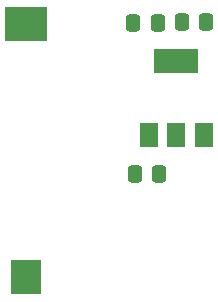
<source format=gbr>
%TF.GenerationSoftware,KiCad,Pcbnew,(6.0.8)*%
%TF.CreationDate,2022-10-14T21:05:54+02:00*%
%TF.ProjectId,Horloge,486f726c-6f67-4652-9e6b-696361645f70,rev?*%
%TF.SameCoordinates,Original*%
%TF.FileFunction,Paste,Bot*%
%TF.FilePolarity,Positive*%
%FSLAX46Y46*%
G04 Gerber Fmt 4.6, Leading zero omitted, Abs format (unit mm)*
G04 Created by KiCad (PCBNEW (6.0.8)) date 2022-10-14 21:05:54*
%MOMM*%
%LPD*%
G01*
G04 APERTURE LIST*
G04 Aperture macros list*
%AMRoundRect*
0 Rectangle with rounded corners*
0 $1 Rounding radius*
0 $2 $3 $4 $5 $6 $7 $8 $9 X,Y pos of 4 corners*
0 Add a 4 corners polygon primitive as box body*
4,1,4,$2,$3,$4,$5,$6,$7,$8,$9,$2,$3,0*
0 Add four circle primitives for the rounded corners*
1,1,$1+$1,$2,$3*
1,1,$1+$1,$4,$5*
1,1,$1+$1,$6,$7*
1,1,$1+$1,$8,$9*
0 Add four rect primitives between the rounded corners*
20,1,$1+$1,$2,$3,$4,$5,0*
20,1,$1+$1,$4,$5,$6,$7,0*
20,1,$1+$1,$6,$7,$8,$9,0*
20,1,$1+$1,$8,$9,$2,$3,0*%
G04 Aperture macros list end*
%ADD10RoundRect,0.250000X0.337500X0.475000X-0.337500X0.475000X-0.337500X-0.475000X0.337500X-0.475000X0*%
%ADD11R,3.600000X3.000000*%
%ADD12R,2.600000X3.000000*%
%ADD13R,1.500000X2.000000*%
%ADD14R,3.800000X2.000000*%
G04 APERTURE END LIST*
D10*
%TO.C,C3*%
X163515089Y-88866156D03*
X161440089Y-88866156D03*
%TD*%
%TO.C,C2*%
X163624033Y-101695651D03*
X161549033Y-101695651D03*
%TD*%
D11*
%TO.C,BTe*%
X152400000Y-89008000D03*
D12*
X152400000Y-110408000D03*
%TD*%
D13*
%TO.C,U2*%
X167400000Y-98400000D03*
X165100000Y-98400000D03*
D14*
X165100000Y-92100000D03*
D13*
X162800000Y-98400000D03*
%TD*%
D10*
%TO.C,C1*%
X167628067Y-88851432D03*
X165553067Y-88851432D03*
%TD*%
M02*

</source>
